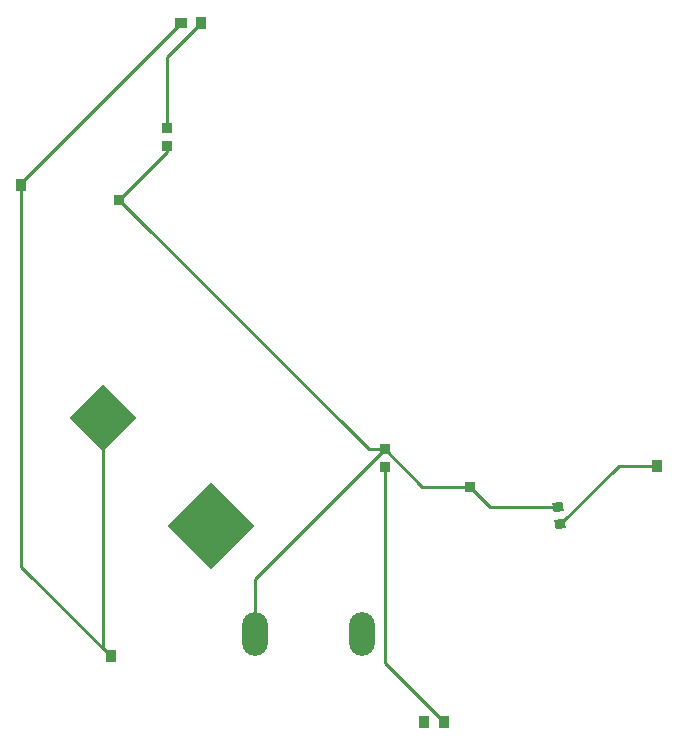
<source format=gtl>
G04 Layer: TopLayer*
G04 EasyEDA v6.5.42, 2024-06-01 20:13:01*
G04 56b61418f79f422a81827ce91bc8f804,a42f065a0689404bb1480e5e311d6757,10*
G04 Gerber Generator version 0.2*
G04 Scale: 100 percent, Rotated: No, Reflected: No *
G04 Dimensions in millimeters *
G04 leading zeros omitted , absolute positions ,4 integer and 5 decimal *
%FSLAX45Y45*%
%MOMM*%

%AMMACRO1*21,1,$1,$2,0,0,$3*%
%ADD10C,0.2540*%
%ADD11R,1.0000X0.8999*%
%ADD12R,0.8999X1.0000*%
%ADD13MACRO1,0.864X0.8065X0.0000*%
%ADD14R,0.8640X0.8065*%
%ADD15MACRO1,0.864X0.8065X8.9996*%
%ADD16MACRO1,4.0005X4.0005X-45.0000*%
%ADD17MACRO1,5.1994X5.1994X-44.9998*%
%ADD18O,2.1999956000000003X3.6999926000000003*%

%LPD*%
D10*
X2175603Y2222500D02*
G01*
X1418496Y2979607D01*
X1418496Y6210300D01*
X2175606Y2222500D02*
G01*
X2108200Y2289906D01*
X2108200Y4241800D01*
X2772503Y7581900D02*
G01*
X1418496Y6227892D01*
X1418496Y6210300D01*
X2247900Y6084163D02*
G01*
X4357827Y3974236D01*
X4495800Y3974236D01*
X4495800Y3974236D02*
G01*
X4813300Y3656736D01*
X5219700Y3656736D01*
X5219700Y3656736D02*
G01*
X5385727Y3490709D01*
X5957214Y3490709D01*
X4495800Y3974236D02*
G01*
X3398100Y2876537D01*
X3398100Y2413000D01*
X4999906Y1663700D02*
G01*
X4495800Y2167806D01*
X4495800Y3823563D01*
X5980785Y3341890D02*
G01*
X6474294Y3835400D01*
X6798393Y3835400D01*
X2247900Y6084163D02*
G01*
X2654300Y6490563D01*
X2654300Y6541363D01*
X2942506Y7581900D02*
G01*
X2654300Y7293693D01*
X2654300Y6692036D01*
D11*
G01*
X2772503Y7581900D03*
D12*
G01*
X2942506Y7581900D03*
G01*
X6798393Y3835400D03*
D13*
G01*
X4495800Y3823575D03*
D14*
G01*
X4495800Y3974236D03*
D13*
G01*
X2654300Y6692024D03*
D14*
G01*
X2654300Y6541363D03*
D15*
G01*
X5980783Y3341902D03*
G01*
X5957216Y3490697D03*
D14*
G01*
X2247900Y6084163D03*
D12*
G01*
X4999906Y1663700D03*
D16*
G01*
X2108200Y4241800D03*
D17*
G01*
X3024184Y3325813D03*
D13*
G01*
X5219700Y3656724D03*
D12*
G01*
X1418496Y6210300D03*
G01*
X4829903Y1663700D03*
G01*
X2175603Y2222500D03*
D18*
G01*
X3398100Y2413000D03*
G01*
X4298099Y2413000D03*
M02*

</source>
